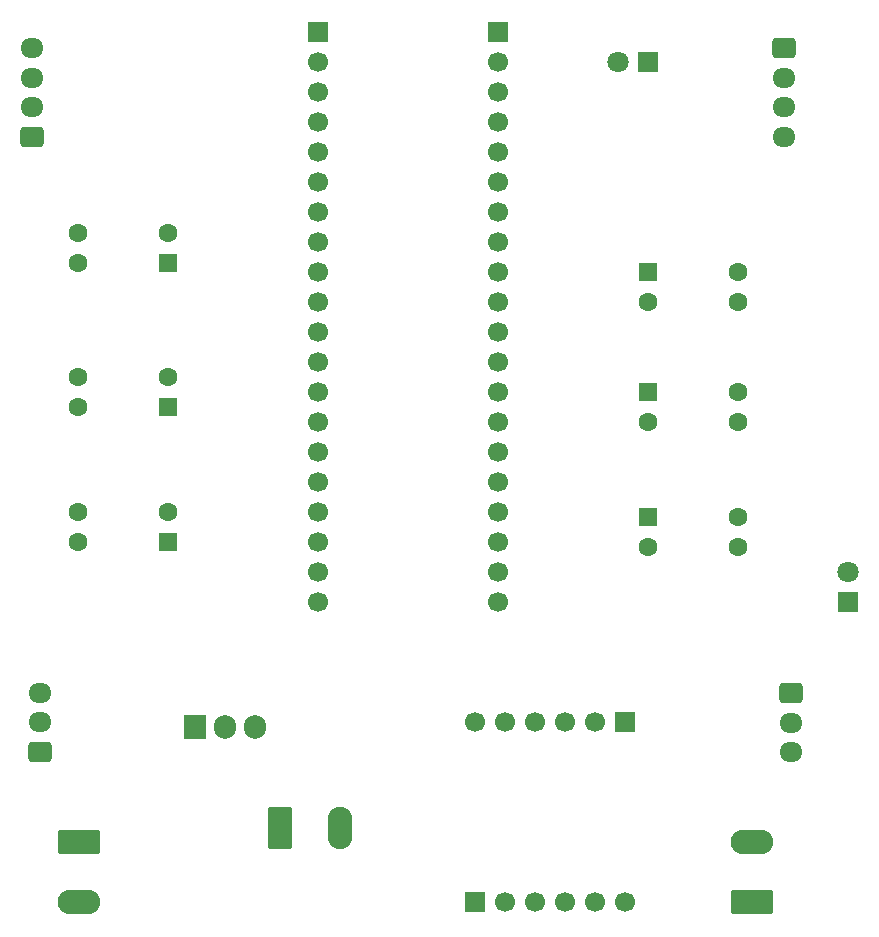
<source format=gbr>
%TF.GenerationSoftware,KiCad,Pcbnew,9.0.6-9.0.6~ubuntu24.04.1*%
%TF.CreationDate,2026-01-23T18:38:10+03:00*%
%TF.ProjectId,BoardRover2,426f6172-6452-46f7-9665-72322e6b6963,rev?*%
%TF.SameCoordinates,Original*%
%TF.FileFunction,Soldermask,Top*%
%TF.FilePolarity,Negative*%
%FSLAX46Y46*%
G04 Gerber Fmt 4.6, Leading zero omitted, Abs format (unit mm)*
G04 Created by KiCad (PCBNEW 9.0.6-9.0.6~ubuntu24.04.1) date 2026-01-23 18:38:10*
%MOMM*%
%LPD*%
G01*
G04 APERTURE LIST*
G04 Aperture macros list*
%AMRoundRect*
0 Rectangle with rounded corners*
0 $1 Rounding radius*
0 $2 $3 $4 $5 $6 $7 $8 $9 X,Y pos of 4 corners*
0 Add a 4 corners polygon primitive as box body*
4,1,4,$2,$3,$4,$5,$6,$7,$8,$9,$2,$3,0*
0 Add four circle primitives for the rounded corners*
1,1,$1+$1,$2,$3*
1,1,$1+$1,$4,$5*
1,1,$1+$1,$6,$7*
1,1,$1+$1,$8,$9*
0 Add four rect primitives between the rounded corners*
20,1,$1+$1,$2,$3,$4,$5,0*
20,1,$1+$1,$4,$5,$6,$7,0*
20,1,$1+$1,$6,$7,$8,$9,0*
20,1,$1+$1,$8,$9,$2,$3,0*%
G04 Aperture macros list end*
%ADD10RoundRect,0.249999X-0.790001X-1.550001X0.790001X-1.550001X0.790001X1.550001X-0.790001X1.550001X0*%
%ADD11O,2.080000X3.600000*%
%ADD12RoundRect,0.250000X0.550000X0.550000X-0.550000X0.550000X-0.550000X-0.550000X0.550000X-0.550000X0*%
%ADD13C,1.600000*%
%ADD14RoundRect,0.250000X-0.725000X0.600000X-0.725000X-0.600000X0.725000X-0.600000X0.725000X0.600000X0*%
%ADD15O,1.950000X1.700000*%
%ADD16RoundRect,0.250000X-0.550000X-0.550000X0.550000X-0.550000X0.550000X0.550000X-0.550000X0.550000X0*%
%ADD17RoundRect,0.249999X-1.550001X0.790001X-1.550001X-0.790001X1.550001X-0.790001X1.550001X0.790001X0*%
%ADD18O,3.600000X2.080000*%
%ADD19RoundRect,0.249999X1.550001X-0.790001X1.550001X0.790001X-1.550001X0.790001X-1.550001X-0.790001X0*%
%ADD20RoundRect,0.250000X0.725000X-0.600000X0.725000X0.600000X-0.725000X0.600000X-0.725000X-0.600000X0*%
%ADD21R,1.700000X1.700000*%
%ADD22C,1.700000*%
%ADD23R,1.800000X1.800000*%
%ADD24C,1.800000*%
%ADD25R,1.905000X2.000000*%
%ADD26O,1.905000X2.000000*%
G04 APERTURE END LIST*
D10*
%TO.C,J5*%
X164382500Y-125762500D03*
D11*
X169462500Y-125762500D03*
%TD*%
D12*
%TO.C,U6*%
X154940000Y-90175000D03*
D13*
X154940000Y-87635000D03*
X147320000Y-87635000D03*
X147320000Y-90175000D03*
%TD*%
D14*
%TO.C,J9*%
X207679700Y-114380000D03*
D15*
X207679700Y-116880000D03*
X207679700Y-119380000D03*
%TD*%
D16*
%TO.C,U3*%
X195580000Y-99450000D03*
D13*
X195580000Y-101990000D03*
X203200000Y-101990000D03*
X203200000Y-99450000D03*
%TD*%
D17*
%TO.C,J4*%
X147360000Y-127000000D03*
D18*
X147360000Y-132080000D03*
%TD*%
D19*
%TO.C,J3*%
X204379700Y-132090000D03*
D18*
X204379700Y-127010000D03*
%TD*%
D20*
%TO.C,J6*%
X143450000Y-67250000D03*
D15*
X143450000Y-64750000D03*
X143450000Y-62250000D03*
X143450000Y-59750000D03*
%TD*%
D21*
%TO.C,U9*%
X167640000Y-58420000D03*
D22*
X167640000Y-60960000D03*
X167640000Y-63500000D03*
X167640000Y-66040000D03*
X167640000Y-68580000D03*
X167640000Y-71120000D03*
X167640000Y-73660000D03*
X167640000Y-76200000D03*
X167640000Y-78740000D03*
X167640000Y-81280000D03*
X167640000Y-83820000D03*
X167640000Y-86360000D03*
X167640000Y-88900000D03*
X167640000Y-91440000D03*
X167640000Y-93980000D03*
X167640000Y-96520000D03*
X167640000Y-99060000D03*
X167640000Y-101600000D03*
X167640000Y-104140000D03*
X167640000Y-106680000D03*
%TD*%
D20*
%TO.C,J8*%
X144060000Y-119336900D03*
D15*
X144060000Y-116836900D03*
X144060000Y-114336900D03*
%TD*%
D12*
%TO.C,U8*%
X154940000Y-101600000D03*
D13*
X154940000Y-99060000D03*
X147320000Y-99060000D03*
X147320000Y-101600000D03*
%TD*%
D14*
%TO.C,J7*%
X207069700Y-59750000D03*
D15*
X207069700Y-62250000D03*
X207069700Y-64750000D03*
X207069700Y-67250000D03*
%TD*%
D21*
%TO.C,J2*%
X180922500Y-132055000D03*
D22*
X183462500Y-132055000D03*
X186002500Y-132055000D03*
X188542500Y-132055000D03*
X191082500Y-132055000D03*
X193622500Y-132055000D03*
%TD*%
D21*
%TO.C,J1*%
X193650000Y-116840000D03*
D22*
X191110000Y-116840000D03*
X188570000Y-116840000D03*
X186030000Y-116840000D03*
X183490000Y-116840000D03*
X180950000Y-116840000D03*
%TD*%
D12*
%TO.C,U7*%
X154940000Y-77950000D03*
D13*
X154940000Y-75410000D03*
X147320000Y-75410000D03*
X147320000Y-77950000D03*
%TD*%
D23*
%TO.C,D1*%
X212461990Y-106680000D03*
D24*
X212461990Y-104140000D03*
%TD*%
D16*
%TO.C,U1*%
X195580000Y-78730000D03*
D13*
X195580000Y-81270000D03*
X203200000Y-81270000D03*
X203200000Y-78730000D03*
%TD*%
D16*
%TO.C,U2*%
X195580000Y-88900000D03*
D13*
X195580000Y-91440000D03*
X203200000Y-91440000D03*
X203200000Y-88900000D03*
%TD*%
D23*
%TO.C,D2*%
X195580000Y-60960000D03*
D24*
X193040000Y-60960000D03*
%TD*%
D25*
%TO.C,U10*%
X157205554Y-117223296D03*
D26*
X159745554Y-117223296D03*
X162285554Y-117223296D03*
%TD*%
D22*
%TO.C,U11*%
X182880000Y-106680000D03*
X182880000Y-104140000D03*
X182880000Y-101600000D03*
X182880000Y-99060000D03*
X182880000Y-96520000D03*
X182880000Y-93980000D03*
X182880000Y-91440000D03*
X182880000Y-88900000D03*
X182880000Y-86360000D03*
X182880000Y-83820000D03*
X182880000Y-81280000D03*
X182880000Y-78740000D03*
X182880000Y-76200000D03*
X182880000Y-73660000D03*
X182880000Y-71120000D03*
X182880000Y-68580000D03*
X182880000Y-66040000D03*
X182880000Y-63500000D03*
D21*
X182880000Y-58420000D03*
D22*
X182880000Y-60960000D03*
%TD*%
M02*

</source>
